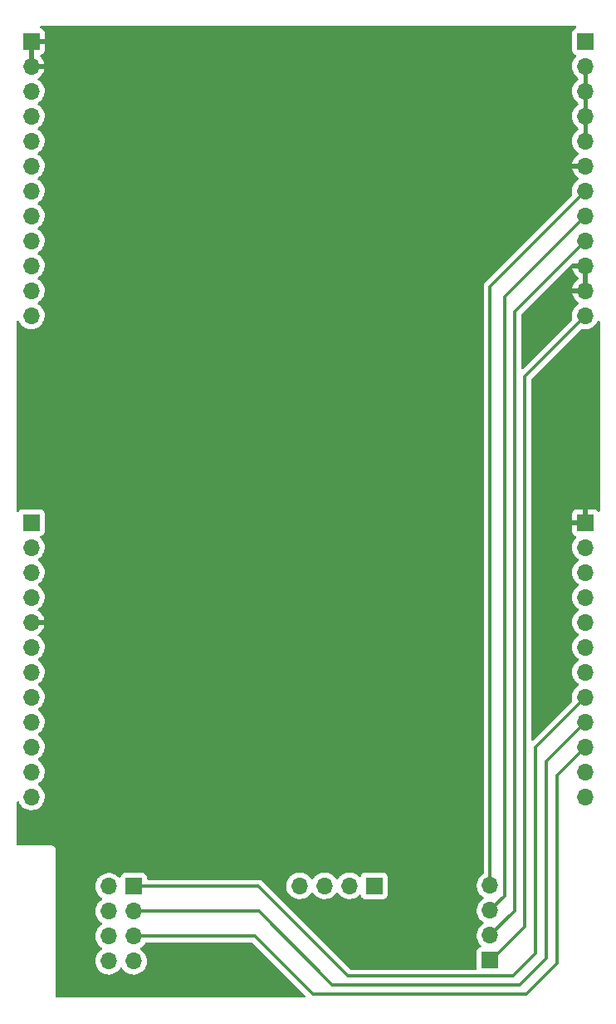
<source format=gbr>
%TF.GenerationSoftware,KiCad,Pcbnew,(6.0.11)*%
%TF.CreationDate,2023-03-03T10:10:14+00:00*%
%TF.ProjectId,Ampelope_Adapter,416d7065-6c6f-4706-955f-416461707465,rev?*%
%TF.SameCoordinates,Original*%
%TF.FileFunction,Copper,L1,Top*%
%TF.FilePolarity,Positive*%
%FSLAX46Y46*%
G04 Gerber Fmt 4.6, Leading zero omitted, Abs format (unit mm)*
G04 Created by KiCad (PCBNEW (6.0.11)) date 2023-03-03 10:10:14*
%MOMM*%
%LPD*%
G01*
G04 APERTURE LIST*
%TA.AperFunction,ComponentPad*%
%ADD10R,1.700000X1.700000*%
%TD*%
%TA.AperFunction,ComponentPad*%
%ADD11O,1.700000X1.700000*%
%TD*%
%TA.AperFunction,Conductor*%
%ADD12C,0.300000*%
%TD*%
%TA.AperFunction,Conductor*%
%ADD13C,0.400000*%
%TD*%
G04 APERTURE END LIST*
D10*
X136980000Y-138100000D03*
D11*
X134440000Y-138100000D03*
X131900000Y-138100000D03*
X129360000Y-138100000D03*
D10*
X158500000Y-101100000D03*
D11*
X158500000Y-103640000D03*
X158500000Y-106180000D03*
X158500000Y-108720000D03*
X158500000Y-111260000D03*
X158500000Y-113800000D03*
X158500000Y-116340000D03*
X158500000Y-118880000D03*
X158500000Y-121420000D03*
X158500000Y-123960000D03*
X158500000Y-126500000D03*
X158500000Y-129040000D03*
D10*
X148800000Y-145680000D03*
D11*
X148800000Y-143140000D03*
X148800000Y-140600000D03*
X148800000Y-138060000D03*
D10*
X112440000Y-138160000D03*
D11*
X109900000Y-138160000D03*
X112440000Y-140700000D03*
X109900000Y-140700000D03*
X112440000Y-143240000D03*
X109900000Y-143240000D03*
X112440000Y-145780000D03*
X109900000Y-145780000D03*
D10*
X102000000Y-101100000D03*
D11*
X102000000Y-103640000D03*
X102000000Y-106180000D03*
X102000000Y-108720000D03*
X102000000Y-111260000D03*
X102000000Y-113800000D03*
X102000000Y-116340000D03*
X102000000Y-118880000D03*
X102000000Y-121420000D03*
X102000000Y-123960000D03*
X102000000Y-126500000D03*
X102000000Y-129040000D03*
D10*
X158500000Y-52100000D03*
D11*
X158500000Y-54640000D03*
X158500000Y-57180000D03*
X158500000Y-59720000D03*
X158500000Y-62260000D03*
X158500000Y-64800000D03*
X158500000Y-67340000D03*
X158500000Y-69880000D03*
X158500000Y-72420000D03*
X158500000Y-74960000D03*
X158500000Y-77500000D03*
X158500000Y-80040000D03*
D10*
X102000000Y-52100000D03*
D11*
X102000000Y-54640000D03*
X102000000Y-57180000D03*
X102000000Y-59720000D03*
X102000000Y-62260000D03*
X102000000Y-64800000D03*
X102000000Y-67340000D03*
X102000000Y-69880000D03*
X102000000Y-72420000D03*
X102000000Y-74960000D03*
X102000000Y-77500000D03*
X102000000Y-80040000D03*
D12*
X158500000Y-118880000D02*
X153400000Y-123980000D01*
X125160000Y-138160000D02*
X112440000Y-138160000D01*
X153400000Y-123980000D02*
X153400000Y-145000000D01*
X134300000Y-147300000D02*
X125160000Y-138160000D01*
X151100000Y-147300000D02*
X134300000Y-147300000D01*
X153400000Y-145000000D02*
X151100000Y-147300000D01*
X125200000Y-140700000D02*
X112440000Y-140700000D01*
X158500000Y-121420000D02*
X154500000Y-125420000D01*
X151800000Y-148200000D02*
X132700000Y-148200000D01*
X154500000Y-145500000D02*
X151800000Y-148200000D01*
X154500000Y-125420000D02*
X154500000Y-145500000D01*
X132700000Y-148200000D02*
X125200000Y-140700000D01*
X124840000Y-143240000D02*
X130700000Y-149100000D01*
X130700000Y-149100000D02*
X152500000Y-149100000D01*
X112440000Y-143240000D02*
X124840000Y-143240000D01*
X152500000Y-149100000D02*
X155600000Y-146000000D01*
X155600000Y-126860000D02*
X158500000Y-123960000D01*
X155600000Y-146000000D02*
X155600000Y-126860000D01*
X152300000Y-142300000D02*
X148920000Y-145680000D01*
X152300000Y-86240000D02*
X152300000Y-142300000D01*
X158500000Y-80040000D02*
X152300000Y-86240000D01*
X148920000Y-145680000D02*
X148800000Y-145680000D01*
X151300000Y-140640000D02*
X151300000Y-79620000D01*
X151300000Y-79620000D02*
X158500000Y-72420000D01*
X148800000Y-143140000D02*
X151300000Y-140640000D01*
X150300000Y-78080000D02*
X158500000Y-69880000D01*
X150300000Y-139100000D02*
X150300000Y-78080000D01*
X148800000Y-140600000D02*
X150300000Y-139100000D01*
X148800000Y-138060000D02*
X148800000Y-77040000D01*
X148800000Y-77040000D02*
X158500000Y-67340000D01*
D13*
X158500000Y-54640000D02*
X158500000Y-62260000D01*
%TA.AperFunction,Conductor*%
G36*
X157552300Y-50528502D02*
G01*
X157598793Y-50582158D01*
X157608897Y-50652432D01*
X157579403Y-50717012D01*
X157528408Y-50752482D01*
X157411705Y-50796232D01*
X157411704Y-50796233D01*
X157403295Y-50799385D01*
X157286739Y-50886739D01*
X157199385Y-51003295D01*
X157148255Y-51139684D01*
X157141500Y-51201866D01*
X157141500Y-52998134D01*
X157148255Y-53060316D01*
X157199385Y-53196705D01*
X157286739Y-53313261D01*
X157403295Y-53400615D01*
X157411704Y-53403767D01*
X157411705Y-53403768D01*
X157520451Y-53444535D01*
X157577216Y-53487176D01*
X157601916Y-53553738D01*
X157586709Y-53623087D01*
X157567316Y-53649568D01*
X157440629Y-53782138D01*
X157437715Y-53786410D01*
X157437714Y-53786411D01*
X157425409Y-53804450D01*
X157314743Y-53966680D01*
X157299003Y-54000589D01*
X157223465Y-54163323D01*
X157220688Y-54169305D01*
X157160989Y-54384570D01*
X157137251Y-54606695D01*
X157150110Y-54829715D01*
X157151247Y-54834761D01*
X157151248Y-54834767D01*
X157164597Y-54894000D01*
X157199222Y-55047639D01*
X157283266Y-55254616D01*
X157399987Y-55445088D01*
X157546250Y-55613938D01*
X157718126Y-55756632D01*
X157729070Y-55763027D01*
X157777793Y-55814664D01*
X157791500Y-55871815D01*
X157791500Y-55950114D01*
X157771498Y-56018235D01*
X157741153Y-56050874D01*
X157594965Y-56160635D01*
X157440629Y-56322138D01*
X157314743Y-56506680D01*
X157299003Y-56540589D01*
X157228449Y-56692586D01*
X157220688Y-56709305D01*
X157160989Y-56924570D01*
X157137251Y-57146695D01*
X157137548Y-57151848D01*
X157137548Y-57151851D01*
X157143011Y-57246590D01*
X157150110Y-57369715D01*
X157151247Y-57374761D01*
X157151248Y-57374767D01*
X157171119Y-57462939D01*
X157199222Y-57587639D01*
X157237461Y-57681811D01*
X157270492Y-57763156D01*
X157283266Y-57794616D01*
X157399987Y-57985088D01*
X157546250Y-58153938D01*
X157718126Y-58296632D01*
X157729070Y-58303027D01*
X157777793Y-58354664D01*
X157791500Y-58411815D01*
X157791500Y-58490114D01*
X157771498Y-58558235D01*
X157741153Y-58590874D01*
X157594965Y-58700635D01*
X157440629Y-58862138D01*
X157314743Y-59046680D01*
X157299003Y-59080589D01*
X157228449Y-59232586D01*
X157220688Y-59249305D01*
X157160989Y-59464570D01*
X157137251Y-59686695D01*
X157137548Y-59691848D01*
X157137548Y-59691851D01*
X157143011Y-59786590D01*
X157150110Y-59909715D01*
X157151247Y-59914761D01*
X157151248Y-59914767D01*
X157171119Y-60002939D01*
X157199222Y-60127639D01*
X157237461Y-60221811D01*
X157270492Y-60303156D01*
X157283266Y-60334616D01*
X157399987Y-60525088D01*
X157546250Y-60693938D01*
X157718126Y-60836632D01*
X157729070Y-60843027D01*
X157777793Y-60894664D01*
X157791500Y-60951815D01*
X157791500Y-61030114D01*
X157771498Y-61098235D01*
X157741153Y-61130874D01*
X157594965Y-61240635D01*
X157440629Y-61402138D01*
X157314743Y-61586680D01*
X157299003Y-61620589D01*
X157228449Y-61772586D01*
X157220688Y-61789305D01*
X157160989Y-62004570D01*
X157137251Y-62226695D01*
X157137548Y-62231848D01*
X157137548Y-62231851D01*
X157143011Y-62326590D01*
X157150110Y-62449715D01*
X157151247Y-62454761D01*
X157151248Y-62454767D01*
X157171119Y-62542939D01*
X157199222Y-62667639D01*
X157237461Y-62761811D01*
X157270492Y-62843156D01*
X157283266Y-62874616D01*
X157399987Y-63065088D01*
X157546250Y-63233938D01*
X157718126Y-63376632D01*
X157791445Y-63419476D01*
X157791955Y-63419774D01*
X157840679Y-63471412D01*
X157853750Y-63541195D01*
X157827019Y-63606967D01*
X157786562Y-63640327D01*
X157778457Y-63644546D01*
X157769738Y-63650036D01*
X157599433Y-63777905D01*
X157591726Y-63784748D01*
X157444590Y-63938717D01*
X157438104Y-63946727D01*
X157318098Y-64122649D01*
X157313000Y-64131623D01*
X157223338Y-64324783D01*
X157219775Y-64334470D01*
X157164389Y-64534183D01*
X157165912Y-64542607D01*
X157178292Y-64546000D01*
X158628000Y-64546000D01*
X158696121Y-64566002D01*
X158742614Y-64619658D01*
X158754000Y-64672000D01*
X158754000Y-64928000D01*
X158733998Y-64996121D01*
X158680342Y-65042614D01*
X158628000Y-65054000D01*
X157183225Y-65054000D01*
X157169694Y-65057973D01*
X157168257Y-65067966D01*
X157198565Y-65202446D01*
X157201645Y-65212275D01*
X157281770Y-65409603D01*
X157286413Y-65418794D01*
X157397694Y-65600388D01*
X157403777Y-65608699D01*
X157543213Y-65769667D01*
X157550580Y-65776883D01*
X157714434Y-65912916D01*
X157722881Y-65918831D01*
X157791969Y-65959203D01*
X157840693Y-66010842D01*
X157853764Y-66080625D01*
X157827033Y-66146396D01*
X157786584Y-66179752D01*
X157773607Y-66186507D01*
X157769474Y-66189610D01*
X157769471Y-66189612D01*
X157745247Y-66207800D01*
X157594965Y-66320635D01*
X157440629Y-66482138D01*
X157314743Y-66666680D01*
X157299003Y-66700589D01*
X157228449Y-66852586D01*
X157220688Y-66869305D01*
X157160989Y-67084570D01*
X157137251Y-67306695D01*
X157137548Y-67311848D01*
X157137548Y-67311851D01*
X157143011Y-67406590D01*
X157150110Y-67529715D01*
X157172276Y-67628069D01*
X157176951Y-67648815D01*
X157172415Y-67719666D01*
X157143129Y-67765611D01*
X148392395Y-76516345D01*
X148383615Y-76524335D01*
X148383613Y-76524337D01*
X148376920Y-76528584D01*
X148371494Y-76534362D01*
X148371493Y-76534363D01*
X148328396Y-76580257D01*
X148325641Y-76583099D01*
X148305073Y-76603667D01*
X148302356Y-76607170D01*
X148294648Y-76616195D01*
X148263028Y-76649867D01*
X148259207Y-76656818D01*
X148259206Y-76656819D01*
X148252697Y-76668658D01*
X148241843Y-76685182D01*
X148234018Y-76695271D01*
X148228696Y-76702132D01*
X148225549Y-76709404D01*
X148225548Y-76709406D01*
X148210346Y-76744535D01*
X148205124Y-76755195D01*
X148182876Y-76795663D01*
X148177541Y-76816441D01*
X148171142Y-76835131D01*
X148162620Y-76854824D01*
X148161380Y-76862655D01*
X148155394Y-76900448D01*
X148152987Y-76912071D01*
X148141500Y-76956812D01*
X148141500Y-76978259D01*
X148139949Y-76997969D01*
X148136594Y-77019152D01*
X148137340Y-77027043D01*
X148140941Y-77065138D01*
X148141500Y-77076996D01*
X148141500Y-136794705D01*
X148121498Y-136862826D01*
X148081441Y-136899572D01*
X148082570Y-136901364D01*
X148078200Y-136904116D01*
X148073607Y-136906507D01*
X148069465Y-136909617D01*
X147912060Y-137027800D01*
X147894965Y-137040635D01*
X147891393Y-137044373D01*
X147763055Y-137178671D01*
X147740629Y-137202138D01*
X147614743Y-137386680D01*
X147587848Y-137444621D01*
X147542240Y-137542876D01*
X147520688Y-137589305D01*
X147460989Y-137804570D01*
X147437251Y-138026695D01*
X147437548Y-138031848D01*
X147437548Y-138031851D01*
X147442721Y-138121562D01*
X147450110Y-138249715D01*
X147451247Y-138254761D01*
X147451248Y-138254767D01*
X147460263Y-138294767D01*
X147499222Y-138467639D01*
X147583266Y-138674616D01*
X147607778Y-138714616D01*
X147681965Y-138835678D01*
X147699987Y-138865088D01*
X147846250Y-139033938D01*
X148018126Y-139176632D01*
X148065254Y-139204171D01*
X148091445Y-139219476D01*
X148140169Y-139271114D01*
X148153240Y-139340897D01*
X148126509Y-139406669D01*
X148086055Y-139440027D01*
X148073607Y-139446507D01*
X148069474Y-139449610D01*
X148069471Y-139449612D01*
X147906275Y-139572143D01*
X147894965Y-139580635D01*
X147891393Y-139584373D01*
X147797060Y-139683087D01*
X147740629Y-139742138D01*
X147614743Y-139926680D01*
X147570730Y-140021498D01*
X147542240Y-140082876D01*
X147520688Y-140129305D01*
X147460989Y-140344570D01*
X147437251Y-140566695D01*
X147450110Y-140789715D01*
X147451247Y-140794761D01*
X147451248Y-140794767D01*
X147469239Y-140874596D01*
X147499222Y-141007639D01*
X147541771Y-141112425D01*
X147572329Y-141187680D01*
X147583266Y-141214616D01*
X147585965Y-141219020D01*
X147672270Y-141359857D01*
X147699987Y-141405088D01*
X147846250Y-141573938D01*
X148018126Y-141716632D01*
X148053887Y-141737529D01*
X148091445Y-141759476D01*
X148140169Y-141811114D01*
X148153240Y-141880897D01*
X148126509Y-141946669D01*
X148086055Y-141980027D01*
X148073607Y-141986507D01*
X148069474Y-141989610D01*
X148069471Y-141989612D01*
X147899100Y-142117530D01*
X147894965Y-142120635D01*
X147740629Y-142282138D01*
X147614743Y-142466680D01*
X147570730Y-142561498D01*
X147542240Y-142622876D01*
X147520688Y-142669305D01*
X147460989Y-142884570D01*
X147437251Y-143106695D01*
X147450110Y-143329715D01*
X147451247Y-143334761D01*
X147451248Y-143334767D01*
X147471482Y-143424547D01*
X147499222Y-143547639D01*
X147541771Y-143652425D01*
X147572329Y-143727680D01*
X147583266Y-143754616D01*
X147585965Y-143759020D01*
X147672270Y-143899857D01*
X147699987Y-143945088D01*
X147846250Y-144113938D01*
X147850230Y-144117242D01*
X147854981Y-144121187D01*
X147894616Y-144180090D01*
X147896113Y-144251071D01*
X147858997Y-144311593D01*
X147818725Y-144336112D01*
X147757026Y-144359242D01*
X147703295Y-144379385D01*
X147586739Y-144466739D01*
X147499385Y-144583295D01*
X147448255Y-144719684D01*
X147441500Y-144781866D01*
X147441500Y-146515500D01*
X147421498Y-146583621D01*
X147367842Y-146630114D01*
X147315500Y-146641500D01*
X134624950Y-146641500D01*
X134556829Y-146621498D01*
X134535855Y-146604595D01*
X125997955Y-138066695D01*
X127997251Y-138066695D01*
X127997548Y-138071848D01*
X127997548Y-138071851D01*
X128001008Y-138131851D01*
X128010110Y-138289715D01*
X128011247Y-138294761D01*
X128011248Y-138294767D01*
X128022467Y-138344547D01*
X128059222Y-138507639D01*
X128143266Y-138714616D01*
X128180685Y-138775678D01*
X128257291Y-138900688D01*
X128259987Y-138905088D01*
X128406250Y-139073938D01*
X128543996Y-139188297D01*
X128559506Y-139201173D01*
X128578126Y-139216632D01*
X128771000Y-139329338D01*
X128979692Y-139409030D01*
X128984760Y-139410061D01*
X128984763Y-139410062D01*
X129078555Y-139429144D01*
X129198597Y-139453567D01*
X129203772Y-139453757D01*
X129203774Y-139453757D01*
X129416673Y-139461564D01*
X129416677Y-139461564D01*
X129421837Y-139461753D01*
X129426957Y-139461097D01*
X129426959Y-139461097D01*
X129638288Y-139434025D01*
X129638289Y-139434025D01*
X129643416Y-139433368D01*
X129648366Y-139431883D01*
X129852429Y-139370661D01*
X129852434Y-139370659D01*
X129857384Y-139369174D01*
X130057994Y-139270896D01*
X130239860Y-139141173D01*
X130247121Y-139133938D01*
X130347470Y-139033938D01*
X130398096Y-138983489D01*
X130411319Y-138965088D01*
X130528453Y-138802077D01*
X130529776Y-138803028D01*
X130576645Y-138759857D01*
X130646580Y-138747625D01*
X130712026Y-138775144D01*
X130739875Y-138806994D01*
X130799987Y-138905088D01*
X130946250Y-139073938D01*
X131083996Y-139188297D01*
X131099506Y-139201173D01*
X131118126Y-139216632D01*
X131311000Y-139329338D01*
X131519692Y-139409030D01*
X131524760Y-139410061D01*
X131524763Y-139410062D01*
X131618555Y-139429144D01*
X131738597Y-139453567D01*
X131743772Y-139453757D01*
X131743774Y-139453757D01*
X131956673Y-139461564D01*
X131956677Y-139461564D01*
X131961837Y-139461753D01*
X131966957Y-139461097D01*
X131966959Y-139461097D01*
X132178288Y-139434025D01*
X132178289Y-139434025D01*
X132183416Y-139433368D01*
X132188366Y-139431883D01*
X132392429Y-139370661D01*
X132392434Y-139370659D01*
X132397384Y-139369174D01*
X132597994Y-139270896D01*
X132779860Y-139141173D01*
X132787121Y-139133938D01*
X132887470Y-139033938D01*
X132938096Y-138983489D01*
X132951319Y-138965088D01*
X133068453Y-138802077D01*
X133069776Y-138803028D01*
X133116645Y-138759857D01*
X133186580Y-138747625D01*
X133252026Y-138775144D01*
X133279875Y-138806994D01*
X133339987Y-138905088D01*
X133486250Y-139073938D01*
X133623996Y-139188297D01*
X133639506Y-139201173D01*
X133658126Y-139216632D01*
X133851000Y-139329338D01*
X134059692Y-139409030D01*
X134064760Y-139410061D01*
X134064763Y-139410062D01*
X134158555Y-139429144D01*
X134278597Y-139453567D01*
X134283772Y-139453757D01*
X134283774Y-139453757D01*
X134496673Y-139461564D01*
X134496677Y-139461564D01*
X134501837Y-139461753D01*
X134506957Y-139461097D01*
X134506959Y-139461097D01*
X134718288Y-139434025D01*
X134718289Y-139434025D01*
X134723416Y-139433368D01*
X134728366Y-139431883D01*
X134932429Y-139370661D01*
X134932434Y-139370659D01*
X134937384Y-139369174D01*
X135137994Y-139270896D01*
X135319860Y-139141173D01*
X135428091Y-139033319D01*
X135490462Y-138999404D01*
X135561268Y-139004592D01*
X135618030Y-139047238D01*
X135635012Y-139078341D01*
X135657201Y-139137529D01*
X135679385Y-139196705D01*
X135766739Y-139313261D01*
X135883295Y-139400615D01*
X136019684Y-139451745D01*
X136081866Y-139458500D01*
X137878134Y-139458500D01*
X137940316Y-139451745D01*
X138076705Y-139400615D01*
X138193261Y-139313261D01*
X138280615Y-139196705D01*
X138331745Y-139060316D01*
X138338500Y-138998134D01*
X138338500Y-137201866D01*
X138331745Y-137139684D01*
X138280615Y-137003295D01*
X138193261Y-136886739D01*
X138076705Y-136799385D01*
X137940316Y-136748255D01*
X137878134Y-136741500D01*
X136081866Y-136741500D01*
X136019684Y-136748255D01*
X135883295Y-136799385D01*
X135766739Y-136886739D01*
X135679385Y-137003295D01*
X135676233Y-137011703D01*
X135634919Y-137121907D01*
X135592277Y-137178671D01*
X135525716Y-137203371D01*
X135456367Y-137188163D01*
X135423743Y-137162476D01*
X135373151Y-137106875D01*
X135373142Y-137106866D01*
X135369670Y-137103051D01*
X135365619Y-137099852D01*
X135365615Y-137099848D01*
X135198414Y-136967800D01*
X135198410Y-136967798D01*
X135194359Y-136964598D01*
X134998789Y-136856638D01*
X134993920Y-136854914D01*
X134993916Y-136854912D01*
X134793087Y-136783795D01*
X134793083Y-136783794D01*
X134788212Y-136782069D01*
X134783119Y-136781162D01*
X134783116Y-136781161D01*
X134573373Y-136743800D01*
X134573367Y-136743799D01*
X134568284Y-136742894D01*
X134494452Y-136741992D01*
X134350081Y-136740228D01*
X134350079Y-136740228D01*
X134344911Y-136740165D01*
X134124091Y-136773955D01*
X133911756Y-136843357D01*
X133713607Y-136946507D01*
X133709474Y-136949610D01*
X133709471Y-136949612D01*
X133546861Y-137071703D01*
X133534965Y-137080635D01*
X133471029Y-137147540D01*
X133414771Y-137206411D01*
X133380629Y-137242138D01*
X133273201Y-137399621D01*
X133218293Y-137444621D01*
X133147768Y-137452792D01*
X133084021Y-137421538D01*
X133063324Y-137397054D01*
X132982822Y-137272617D01*
X132982820Y-137272614D01*
X132980014Y-137268277D01*
X132829670Y-137103051D01*
X132825619Y-137099852D01*
X132825615Y-137099848D01*
X132658414Y-136967800D01*
X132658410Y-136967798D01*
X132654359Y-136964598D01*
X132458789Y-136856638D01*
X132453920Y-136854914D01*
X132453916Y-136854912D01*
X132253087Y-136783795D01*
X132253083Y-136783794D01*
X132248212Y-136782069D01*
X132243119Y-136781162D01*
X132243116Y-136781161D01*
X132033373Y-136743800D01*
X132033367Y-136743799D01*
X132028284Y-136742894D01*
X131954452Y-136741992D01*
X131810081Y-136740228D01*
X131810079Y-136740228D01*
X131804911Y-136740165D01*
X131584091Y-136773955D01*
X131371756Y-136843357D01*
X131173607Y-136946507D01*
X131169474Y-136949610D01*
X131169471Y-136949612D01*
X131006861Y-137071703D01*
X130994965Y-137080635D01*
X130931029Y-137147540D01*
X130874771Y-137206411D01*
X130840629Y-137242138D01*
X130733201Y-137399621D01*
X130678293Y-137444621D01*
X130607768Y-137452792D01*
X130544021Y-137421538D01*
X130523324Y-137397054D01*
X130442822Y-137272617D01*
X130442820Y-137272614D01*
X130440014Y-137268277D01*
X130289670Y-137103051D01*
X130285619Y-137099852D01*
X130285615Y-137099848D01*
X130118414Y-136967800D01*
X130118410Y-136967798D01*
X130114359Y-136964598D01*
X129918789Y-136856638D01*
X129913920Y-136854914D01*
X129913916Y-136854912D01*
X129713087Y-136783795D01*
X129713083Y-136783794D01*
X129708212Y-136782069D01*
X129703119Y-136781162D01*
X129703116Y-136781161D01*
X129493373Y-136743800D01*
X129493367Y-136743799D01*
X129488284Y-136742894D01*
X129414452Y-136741992D01*
X129270081Y-136740228D01*
X129270079Y-136740228D01*
X129264911Y-136740165D01*
X129044091Y-136773955D01*
X128831756Y-136843357D01*
X128633607Y-136946507D01*
X128629474Y-136949610D01*
X128629471Y-136949612D01*
X128466861Y-137071703D01*
X128454965Y-137080635D01*
X128391029Y-137147540D01*
X128334771Y-137206411D01*
X128300629Y-137242138D01*
X128297720Y-137246403D01*
X128297714Y-137246411D01*
X128282798Y-137268277D01*
X128174743Y-137426680D01*
X128134681Y-137512987D01*
X128083602Y-137623028D01*
X128080688Y-137629305D01*
X128020989Y-137844570D01*
X127997251Y-138066695D01*
X125997955Y-138066695D01*
X125683655Y-137752395D01*
X125675665Y-137743615D01*
X125675663Y-137743613D01*
X125671416Y-137736920D01*
X125619742Y-137688395D01*
X125616901Y-137685641D01*
X125596333Y-137665073D01*
X125592826Y-137662353D01*
X125583804Y-137654647D01*
X125555913Y-137628456D01*
X125550133Y-137623028D01*
X125543181Y-137619206D01*
X125531342Y-137612697D01*
X125514818Y-137601843D01*
X125504132Y-137593555D01*
X125497868Y-137588696D01*
X125490596Y-137585549D01*
X125490594Y-137585548D01*
X125455465Y-137570346D01*
X125444805Y-137565124D01*
X125411284Y-137546695D01*
X125411282Y-137546694D01*
X125404337Y-137542876D01*
X125383559Y-137537541D01*
X125364869Y-137531142D01*
X125345176Y-137522620D01*
X125299552Y-137515394D01*
X125287929Y-137512987D01*
X125259928Y-137505798D01*
X125243188Y-137501500D01*
X125221741Y-137501500D01*
X125202031Y-137499949D01*
X125188677Y-137497834D01*
X125180848Y-137496594D01*
X125134859Y-137500941D01*
X125123004Y-137501500D01*
X113924500Y-137501500D01*
X113856379Y-137481498D01*
X113809886Y-137427842D01*
X113798500Y-137375500D01*
X113798500Y-137261866D01*
X113791745Y-137199684D01*
X113740615Y-137063295D01*
X113653261Y-136946739D01*
X113536705Y-136859385D01*
X113400316Y-136808255D01*
X113338134Y-136801500D01*
X111541866Y-136801500D01*
X111479684Y-136808255D01*
X111343295Y-136859385D01*
X111226739Y-136946739D01*
X111139385Y-137063295D01*
X111136233Y-137071703D01*
X111094919Y-137181907D01*
X111052277Y-137238671D01*
X110985716Y-137263371D01*
X110916367Y-137248163D01*
X110883743Y-137222476D01*
X110833151Y-137166875D01*
X110833142Y-137166866D01*
X110829670Y-137163051D01*
X110825619Y-137159852D01*
X110825615Y-137159848D01*
X110658414Y-137027800D01*
X110658410Y-137027798D01*
X110654359Y-137024598D01*
X110458789Y-136916638D01*
X110453920Y-136914914D01*
X110453916Y-136914912D01*
X110253087Y-136843795D01*
X110253083Y-136843794D01*
X110248212Y-136842069D01*
X110243119Y-136841162D01*
X110243116Y-136841161D01*
X110033373Y-136803800D01*
X110033367Y-136803799D01*
X110028284Y-136802894D01*
X109954452Y-136801992D01*
X109810081Y-136800228D01*
X109810079Y-136800228D01*
X109804911Y-136800165D01*
X109584091Y-136833955D01*
X109371756Y-136903357D01*
X109173607Y-137006507D01*
X109169474Y-137009610D01*
X109169471Y-137009612D01*
X109039929Y-137106875D01*
X108994965Y-137140635D01*
X108938536Y-137199684D01*
X108901280Y-137238671D01*
X108840629Y-137302138D01*
X108714743Y-137486680D01*
X108696599Y-137525769D01*
X108630633Y-137667881D01*
X108620688Y-137689305D01*
X108560989Y-137904570D01*
X108537251Y-138126695D01*
X108537548Y-138131848D01*
X108537548Y-138131851D01*
X108546650Y-138289715D01*
X108550110Y-138349715D01*
X108551247Y-138354761D01*
X108551248Y-138354767D01*
X108575304Y-138461508D01*
X108599222Y-138567639D01*
X108683266Y-138774616D01*
X108685965Y-138779020D01*
X108787371Y-138944500D01*
X108799987Y-138965088D01*
X108946250Y-139133938D01*
X109049281Y-139219476D01*
X109111480Y-139271114D01*
X109118126Y-139276632D01*
X109139870Y-139289338D01*
X109191445Y-139319476D01*
X109240169Y-139371114D01*
X109253240Y-139440897D01*
X109226509Y-139506669D01*
X109186055Y-139540027D01*
X109173607Y-139546507D01*
X109169474Y-139549610D01*
X109169471Y-139549612D01*
X109045567Y-139642642D01*
X108994965Y-139680635D01*
X108840629Y-139842138D01*
X108714743Y-140026680D01*
X108696599Y-140065769D01*
X108623577Y-140223082D01*
X108620688Y-140229305D01*
X108560989Y-140444570D01*
X108537251Y-140666695D01*
X108550110Y-140889715D01*
X108551247Y-140894761D01*
X108551248Y-140894767D01*
X108575304Y-141001508D01*
X108599222Y-141107639D01*
X108683266Y-141314616D01*
X108722415Y-141378502D01*
X108797291Y-141500688D01*
X108799987Y-141505088D01*
X108946250Y-141673938D01*
X109000819Y-141719242D01*
X109111480Y-141811114D01*
X109118126Y-141816632D01*
X109139870Y-141829338D01*
X109191445Y-141859476D01*
X109240169Y-141911114D01*
X109253240Y-141980897D01*
X109226509Y-142046669D01*
X109186055Y-142080027D01*
X109173607Y-142086507D01*
X109169474Y-142089610D01*
X109169471Y-142089612D01*
X109123174Y-142124373D01*
X108994965Y-142220635D01*
X108840629Y-142382138D01*
X108714743Y-142566680D01*
X108696599Y-142605769D01*
X108630633Y-142747881D01*
X108620688Y-142769305D01*
X108560989Y-142984570D01*
X108537251Y-143206695D01*
X108537548Y-143211848D01*
X108537548Y-143211851D01*
X108542169Y-143291988D01*
X108550110Y-143429715D01*
X108551247Y-143434761D01*
X108551248Y-143434767D01*
X108575304Y-143541508D01*
X108599222Y-143647639D01*
X108683266Y-143854616D01*
X108722415Y-143918502D01*
X108797291Y-144040688D01*
X108799987Y-144045088D01*
X108946250Y-144213938D01*
X109118126Y-144356632D01*
X109157063Y-144379385D01*
X109191445Y-144399476D01*
X109240169Y-144451114D01*
X109253240Y-144520897D01*
X109226509Y-144586669D01*
X109186055Y-144620027D01*
X109173607Y-144626507D01*
X109169474Y-144629610D01*
X109169471Y-144629612D01*
X108999100Y-144757530D01*
X108994965Y-144760635D01*
X108840629Y-144922138D01*
X108714743Y-145106680D01*
X108620688Y-145309305D01*
X108560989Y-145524570D01*
X108537251Y-145746695D01*
X108537548Y-145751848D01*
X108537548Y-145751851D01*
X108543011Y-145846590D01*
X108550110Y-145969715D01*
X108551247Y-145974761D01*
X108551248Y-145974767D01*
X108559855Y-146012957D01*
X108599222Y-146187639D01*
X108683266Y-146394616D01*
X108721434Y-146456901D01*
X108797291Y-146580688D01*
X108799987Y-146585088D01*
X108946250Y-146753938D01*
X109118126Y-146896632D01*
X109311000Y-147009338D01*
X109519692Y-147089030D01*
X109524760Y-147090061D01*
X109524763Y-147090062D01*
X109632017Y-147111883D01*
X109738597Y-147133567D01*
X109743772Y-147133757D01*
X109743774Y-147133757D01*
X109956673Y-147141564D01*
X109956677Y-147141564D01*
X109961837Y-147141753D01*
X109966957Y-147141097D01*
X109966959Y-147141097D01*
X110178288Y-147114025D01*
X110178289Y-147114025D01*
X110183416Y-147113368D01*
X110188366Y-147111883D01*
X110392429Y-147050661D01*
X110392434Y-147050659D01*
X110397384Y-147049174D01*
X110597994Y-146950896D01*
X110779860Y-146821173D01*
X110938096Y-146663489D01*
X110954748Y-146640316D01*
X111068453Y-146482077D01*
X111069776Y-146483028D01*
X111116645Y-146439857D01*
X111186580Y-146427625D01*
X111252026Y-146455144D01*
X111279875Y-146486994D01*
X111294841Y-146511416D01*
X111339987Y-146585088D01*
X111486250Y-146753938D01*
X111658126Y-146896632D01*
X111851000Y-147009338D01*
X112059692Y-147089030D01*
X112064760Y-147090061D01*
X112064763Y-147090062D01*
X112172017Y-147111883D01*
X112278597Y-147133567D01*
X112283772Y-147133757D01*
X112283774Y-147133757D01*
X112496673Y-147141564D01*
X112496677Y-147141564D01*
X112501837Y-147141753D01*
X112506957Y-147141097D01*
X112506959Y-147141097D01*
X112718288Y-147114025D01*
X112718289Y-147114025D01*
X112723416Y-147113368D01*
X112728366Y-147111883D01*
X112932429Y-147050661D01*
X112932434Y-147050659D01*
X112937384Y-147049174D01*
X113137994Y-146950896D01*
X113319860Y-146821173D01*
X113478096Y-146663489D01*
X113494748Y-146640316D01*
X113605435Y-146486277D01*
X113608453Y-146482077D01*
X113629320Y-146439857D01*
X113705136Y-146286453D01*
X113705137Y-146286451D01*
X113707430Y-146281811D01*
X113765443Y-146090868D01*
X113770865Y-146073023D01*
X113770865Y-146073021D01*
X113772370Y-146068069D01*
X113801529Y-145846590D01*
X113803156Y-145780000D01*
X113784852Y-145557361D01*
X113730431Y-145340702D01*
X113641354Y-145135840D01*
X113520014Y-144948277D01*
X113369670Y-144783051D01*
X113365619Y-144779852D01*
X113365615Y-144779848D01*
X113198414Y-144647800D01*
X113198410Y-144647798D01*
X113194359Y-144644598D01*
X113153053Y-144621796D01*
X113103084Y-144571364D01*
X113088312Y-144501921D01*
X113113428Y-144435516D01*
X113140780Y-144408909D01*
X113186590Y-144376233D01*
X113319860Y-144281173D01*
X113350068Y-144251071D01*
X113474435Y-144127137D01*
X113478096Y-144123489D01*
X113487767Y-144110031D01*
X113602060Y-143950974D01*
X113658055Y-143907326D01*
X113704383Y-143898500D01*
X124515050Y-143898500D01*
X124583171Y-143918502D01*
X124604145Y-143935405D01*
X127335878Y-146667137D01*
X129945146Y-149276405D01*
X129979172Y-149338717D01*
X129974107Y-149409532D01*
X129931560Y-149466368D01*
X129865040Y-149491179D01*
X129856051Y-149491500D01*
X104634500Y-149491500D01*
X104566379Y-149471498D01*
X104519886Y-149417842D01*
X104508500Y-149365500D01*
X104508500Y-134508623D01*
X104508502Y-134507853D01*
X104508921Y-134439254D01*
X104508976Y-134430279D01*
X104500850Y-134401847D01*
X104497272Y-134385085D01*
X104494352Y-134364698D01*
X104493080Y-134355813D01*
X104482451Y-134332436D01*
X104476004Y-134314913D01*
X104471416Y-134298862D01*
X104468949Y-134290229D01*
X104464156Y-134282632D01*
X104453170Y-134265220D01*
X104445030Y-134250135D01*
X104432792Y-134223218D01*
X104416030Y-134203765D01*
X104404927Y-134188761D01*
X104391224Y-134167042D01*
X104384499Y-134161103D01*
X104384496Y-134161099D01*
X104369062Y-134147468D01*
X104357018Y-134135276D01*
X104343573Y-134119673D01*
X104343570Y-134119671D01*
X104337713Y-134112873D01*
X104316165Y-134098906D01*
X104301291Y-134087615D01*
X104288783Y-134076569D01*
X104288782Y-134076568D01*
X104282049Y-134070622D01*
X104255287Y-134058057D01*
X104240309Y-134049737D01*
X104223017Y-134038529D01*
X104223012Y-134038527D01*
X104215485Y-134033648D01*
X104206892Y-134031078D01*
X104206887Y-134031076D01*
X104190880Y-134026289D01*
X104173436Y-134019628D01*
X104158324Y-134012533D01*
X104158322Y-134012532D01*
X104150200Y-134008719D01*
X104141333Y-134007338D01*
X104141332Y-134007338D01*
X104131690Y-134005837D01*
X104120983Y-134004170D01*
X104104268Y-134000387D01*
X104084534Y-133994485D01*
X104084528Y-133994484D01*
X104075934Y-133991914D01*
X104066963Y-133991859D01*
X104066962Y-133991859D01*
X104056903Y-133991798D01*
X104041494Y-133991704D01*
X104040711Y-133991671D01*
X104039614Y-133991500D01*
X104008623Y-133991500D01*
X104007853Y-133991498D01*
X103934215Y-133991048D01*
X103934214Y-133991048D01*
X103930279Y-133991024D01*
X103928935Y-133991408D01*
X103927590Y-133991500D01*
X100634106Y-133991500D01*
X100565985Y-133971498D01*
X100519492Y-133917842D01*
X100508106Y-133865449D01*
X100508484Y-132939771D01*
X100508487Y-132939699D01*
X100508500Y-132939614D01*
X100508500Y-132900452D01*
X100508515Y-132863695D01*
X100508503Y-132863609D01*
X100508500Y-132863534D01*
X100508500Y-129623156D01*
X100528502Y-129555035D01*
X100582158Y-129508542D01*
X100652432Y-129498438D01*
X100717012Y-129527932D01*
X100751243Y-129575752D01*
X100770492Y-129623156D01*
X100783266Y-129654616D01*
X100899987Y-129845088D01*
X101046250Y-130013938D01*
X101218126Y-130156632D01*
X101411000Y-130269338D01*
X101619692Y-130349030D01*
X101624760Y-130350061D01*
X101624763Y-130350062D01*
X101732017Y-130371883D01*
X101838597Y-130393567D01*
X101843772Y-130393757D01*
X101843774Y-130393757D01*
X102056673Y-130401564D01*
X102056677Y-130401564D01*
X102061837Y-130401753D01*
X102066957Y-130401097D01*
X102066959Y-130401097D01*
X102278288Y-130374025D01*
X102278289Y-130374025D01*
X102283416Y-130373368D01*
X102288366Y-130371883D01*
X102492429Y-130310661D01*
X102492434Y-130310659D01*
X102497384Y-130309174D01*
X102697994Y-130210896D01*
X102879860Y-130081173D01*
X103038096Y-129923489D01*
X103097594Y-129840689D01*
X103165435Y-129746277D01*
X103168453Y-129742077D01*
X103249075Y-129578951D01*
X103265136Y-129546453D01*
X103265137Y-129546451D01*
X103267430Y-129541811D01*
X103332370Y-129328069D01*
X103361529Y-129106590D01*
X103363156Y-129040000D01*
X103344852Y-128817361D01*
X103290431Y-128600702D01*
X103201354Y-128395840D01*
X103080014Y-128208277D01*
X102929670Y-128043051D01*
X102925619Y-128039852D01*
X102925615Y-128039848D01*
X102758414Y-127907800D01*
X102758410Y-127907798D01*
X102754359Y-127904598D01*
X102713053Y-127881796D01*
X102663084Y-127831364D01*
X102648312Y-127761921D01*
X102673428Y-127695516D01*
X102700780Y-127668909D01*
X102744603Y-127637650D01*
X102879860Y-127541173D01*
X103038096Y-127383489D01*
X103097594Y-127300689D01*
X103165435Y-127206277D01*
X103168453Y-127202077D01*
X103202712Y-127132760D01*
X103265136Y-127006453D01*
X103265137Y-127006451D01*
X103267430Y-127001811D01*
X103332370Y-126788069D01*
X103361529Y-126566590D01*
X103363156Y-126500000D01*
X103344852Y-126277361D01*
X103290431Y-126060702D01*
X103201354Y-125855840D01*
X103080014Y-125668277D01*
X102929670Y-125503051D01*
X102925619Y-125499852D01*
X102925615Y-125499848D01*
X102758414Y-125367800D01*
X102758410Y-125367798D01*
X102754359Y-125364598D01*
X102713053Y-125341796D01*
X102663084Y-125291364D01*
X102648312Y-125221921D01*
X102673428Y-125155516D01*
X102700780Y-125128909D01*
X102744603Y-125097650D01*
X102879860Y-125001173D01*
X103038096Y-124843489D01*
X103097594Y-124760689D01*
X103165435Y-124666277D01*
X103168453Y-124662077D01*
X103249075Y-124498951D01*
X103265136Y-124466453D01*
X103265137Y-124466451D01*
X103267430Y-124461811D01*
X103332370Y-124248069D01*
X103361529Y-124026590D01*
X103363156Y-123960000D01*
X103344852Y-123737361D01*
X103290431Y-123520702D01*
X103201354Y-123315840D01*
X103080014Y-123128277D01*
X102929670Y-122963051D01*
X102925619Y-122959852D01*
X102925615Y-122959848D01*
X102758414Y-122827800D01*
X102758410Y-122827798D01*
X102754359Y-122824598D01*
X102713053Y-122801796D01*
X102663084Y-122751364D01*
X102648312Y-122681921D01*
X102673428Y-122615516D01*
X102700780Y-122588909D01*
X102744603Y-122557650D01*
X102879860Y-122461173D01*
X103038096Y-122303489D01*
X103097594Y-122220689D01*
X103165435Y-122126277D01*
X103168453Y-122122077D01*
X103249075Y-121958951D01*
X103265136Y-121926453D01*
X103265137Y-121926451D01*
X103267430Y-121921811D01*
X103332370Y-121708069D01*
X103361529Y-121486590D01*
X103363156Y-121420000D01*
X103344852Y-121197361D01*
X103290431Y-120980702D01*
X103201354Y-120775840D01*
X103080014Y-120588277D01*
X102929670Y-120423051D01*
X102925619Y-120419852D01*
X102925615Y-120419848D01*
X102758414Y-120287800D01*
X102758410Y-120287798D01*
X102754359Y-120284598D01*
X102713053Y-120261796D01*
X102663084Y-120211364D01*
X102648312Y-120141921D01*
X102673428Y-120075516D01*
X102700780Y-120048909D01*
X102744603Y-120017650D01*
X102879860Y-119921173D01*
X103038096Y-119763489D01*
X103097594Y-119680689D01*
X103165435Y-119586277D01*
X103168453Y-119582077D01*
X103249075Y-119418951D01*
X103265136Y-119386453D01*
X103265137Y-119386451D01*
X103267430Y-119381811D01*
X103332370Y-119168069D01*
X103361529Y-118946590D01*
X103363156Y-118880000D01*
X103344852Y-118657361D01*
X103290431Y-118440702D01*
X103201354Y-118235840D01*
X103080014Y-118048277D01*
X102929670Y-117883051D01*
X102925619Y-117879852D01*
X102925615Y-117879848D01*
X102758414Y-117747800D01*
X102758410Y-117747798D01*
X102754359Y-117744598D01*
X102713053Y-117721796D01*
X102663084Y-117671364D01*
X102648312Y-117601921D01*
X102673428Y-117535516D01*
X102700780Y-117508909D01*
X102744603Y-117477650D01*
X102879860Y-117381173D01*
X103038096Y-117223489D01*
X103097594Y-117140689D01*
X103165435Y-117046277D01*
X103168453Y-117042077D01*
X103249075Y-116878951D01*
X103265136Y-116846453D01*
X103265137Y-116846451D01*
X103267430Y-116841811D01*
X103332370Y-116628069D01*
X103361529Y-116406590D01*
X103363156Y-116340000D01*
X103344852Y-116117361D01*
X103290431Y-115900702D01*
X103201354Y-115695840D01*
X103080014Y-115508277D01*
X102929670Y-115343051D01*
X102925619Y-115339852D01*
X102925615Y-115339848D01*
X102758414Y-115207800D01*
X102758410Y-115207798D01*
X102754359Y-115204598D01*
X102713053Y-115181796D01*
X102663084Y-115131364D01*
X102648312Y-115061921D01*
X102673428Y-114995516D01*
X102700780Y-114968909D01*
X102744603Y-114937650D01*
X102879860Y-114841173D01*
X103038096Y-114683489D01*
X103097594Y-114600689D01*
X103165435Y-114506277D01*
X103168453Y-114502077D01*
X103249075Y-114338951D01*
X103265136Y-114306453D01*
X103265137Y-114306451D01*
X103267430Y-114301811D01*
X103332370Y-114088069D01*
X103361529Y-113866590D01*
X103363156Y-113800000D01*
X103344852Y-113577361D01*
X103290431Y-113360702D01*
X103201354Y-113155840D01*
X103080014Y-112968277D01*
X102929670Y-112803051D01*
X102925619Y-112799852D01*
X102925615Y-112799848D01*
X102758414Y-112667800D01*
X102758410Y-112667798D01*
X102754359Y-112664598D01*
X102712569Y-112641529D01*
X102662598Y-112591097D01*
X102647826Y-112521654D01*
X102672942Y-112455248D01*
X102700294Y-112428641D01*
X102875328Y-112303792D01*
X102883200Y-112297139D01*
X103034052Y-112146812D01*
X103040730Y-112138965D01*
X103165003Y-111966020D01*
X103170313Y-111957183D01*
X103264670Y-111766267D01*
X103268469Y-111756672D01*
X103330377Y-111552910D01*
X103332555Y-111542837D01*
X103333986Y-111531962D01*
X103331775Y-111517778D01*
X103318617Y-111514000D01*
X101872000Y-111514000D01*
X101803879Y-111493998D01*
X101757386Y-111440342D01*
X101746000Y-111388000D01*
X101746000Y-111132000D01*
X101766002Y-111063879D01*
X101819658Y-111017386D01*
X101872000Y-111006000D01*
X103318344Y-111006000D01*
X103331875Y-111002027D01*
X103333180Y-110992947D01*
X103291214Y-110825875D01*
X103287894Y-110816124D01*
X103202972Y-110620814D01*
X103198105Y-110611739D01*
X103082426Y-110432926D01*
X103076136Y-110424757D01*
X102932806Y-110267240D01*
X102925273Y-110260215D01*
X102758139Y-110128222D01*
X102749556Y-110122520D01*
X102712602Y-110102120D01*
X102662631Y-110051687D01*
X102647859Y-109982245D01*
X102672975Y-109915839D01*
X102700327Y-109889232D01*
X102723797Y-109872491D01*
X102879860Y-109761173D01*
X103038096Y-109603489D01*
X103097594Y-109520689D01*
X103165435Y-109426277D01*
X103168453Y-109422077D01*
X103249075Y-109258951D01*
X103265136Y-109226453D01*
X103265137Y-109226451D01*
X103267430Y-109221811D01*
X103332370Y-109008069D01*
X103361529Y-108786590D01*
X103363156Y-108720000D01*
X103344852Y-108497361D01*
X103290431Y-108280702D01*
X103201354Y-108075840D01*
X103080014Y-107888277D01*
X102929670Y-107723051D01*
X102925619Y-107719852D01*
X102925615Y-107719848D01*
X102758414Y-107587800D01*
X102758410Y-107587798D01*
X102754359Y-107584598D01*
X102713053Y-107561796D01*
X102663084Y-107511364D01*
X102648312Y-107441921D01*
X102673428Y-107375516D01*
X102700780Y-107348909D01*
X102744603Y-107317650D01*
X102879860Y-107221173D01*
X103038096Y-107063489D01*
X103097594Y-106980689D01*
X103165435Y-106886277D01*
X103168453Y-106882077D01*
X103249075Y-106718951D01*
X103265136Y-106686453D01*
X103265137Y-106686451D01*
X103267430Y-106681811D01*
X103332370Y-106468069D01*
X103361529Y-106246590D01*
X103363156Y-106180000D01*
X103344852Y-105957361D01*
X103290431Y-105740702D01*
X103201354Y-105535840D01*
X103080014Y-105348277D01*
X102929670Y-105183051D01*
X102925619Y-105179852D01*
X102925615Y-105179848D01*
X102758414Y-105047800D01*
X102758410Y-105047798D01*
X102754359Y-105044598D01*
X102713053Y-105021796D01*
X102663084Y-104971364D01*
X102648312Y-104901921D01*
X102673428Y-104835516D01*
X102700780Y-104808909D01*
X102744603Y-104777650D01*
X102879860Y-104681173D01*
X103038096Y-104523489D01*
X103097594Y-104440689D01*
X103165435Y-104346277D01*
X103168453Y-104342077D01*
X103249075Y-104178951D01*
X103265136Y-104146453D01*
X103265137Y-104146451D01*
X103267430Y-104141811D01*
X103332370Y-103928069D01*
X103361529Y-103706590D01*
X103363156Y-103640000D01*
X103344852Y-103417361D01*
X103290431Y-103200702D01*
X103201354Y-102995840D01*
X103080014Y-102808277D01*
X103076532Y-102804450D01*
X102932798Y-102646488D01*
X102901746Y-102582642D01*
X102910141Y-102512143D01*
X102955317Y-102457375D01*
X102981761Y-102443706D01*
X103088297Y-102403767D01*
X103096705Y-102400615D01*
X103213261Y-102313261D01*
X103300615Y-102196705D01*
X103351745Y-102060316D01*
X103358500Y-101998134D01*
X103358500Y-100201866D01*
X103351745Y-100139684D01*
X103300615Y-100003295D01*
X103213261Y-99886739D01*
X103096705Y-99799385D01*
X102960316Y-99748255D01*
X102898134Y-99741500D01*
X101101866Y-99741500D01*
X101039684Y-99748255D01*
X100903295Y-99799385D01*
X100786739Y-99886739D01*
X100781358Y-99893919D01*
X100781357Y-99893920D01*
X100735326Y-99955339D01*
X100678467Y-99997854D01*
X100607648Y-100002880D01*
X100545355Y-99968820D01*
X100511365Y-99906489D01*
X100508500Y-99879774D01*
X100508500Y-80623156D01*
X100528502Y-80555035D01*
X100582158Y-80508542D01*
X100652432Y-80498438D01*
X100717012Y-80527932D01*
X100751243Y-80575752D01*
X100770492Y-80623156D01*
X100783266Y-80654616D01*
X100899987Y-80845088D01*
X101046250Y-81013938D01*
X101218126Y-81156632D01*
X101411000Y-81269338D01*
X101619692Y-81349030D01*
X101624760Y-81350061D01*
X101624763Y-81350062D01*
X101689860Y-81363306D01*
X101838597Y-81393567D01*
X101843772Y-81393757D01*
X101843774Y-81393757D01*
X102056673Y-81401564D01*
X102056677Y-81401564D01*
X102061837Y-81401753D01*
X102066957Y-81401097D01*
X102066959Y-81401097D01*
X102278288Y-81374025D01*
X102278289Y-81374025D01*
X102283416Y-81373368D01*
X102288366Y-81371883D01*
X102492429Y-81310661D01*
X102492434Y-81310659D01*
X102497384Y-81309174D01*
X102697994Y-81210896D01*
X102879860Y-81081173D01*
X103038096Y-80923489D01*
X103097594Y-80840689D01*
X103165435Y-80746277D01*
X103168453Y-80742077D01*
X103249075Y-80578951D01*
X103265136Y-80546453D01*
X103265137Y-80546451D01*
X103267430Y-80541811D01*
X103332370Y-80328069D01*
X103361529Y-80106590D01*
X103363156Y-80040000D01*
X103344852Y-79817361D01*
X103290431Y-79600702D01*
X103201354Y-79395840D01*
X103080014Y-79208277D01*
X102929670Y-79043051D01*
X102925619Y-79039852D01*
X102925615Y-79039848D01*
X102758414Y-78907800D01*
X102758410Y-78907798D01*
X102754359Y-78904598D01*
X102713053Y-78881796D01*
X102663084Y-78831364D01*
X102648312Y-78761921D01*
X102673428Y-78695516D01*
X102700780Y-78668909D01*
X102744603Y-78637650D01*
X102879860Y-78541173D01*
X103038096Y-78383489D01*
X103071625Y-78336829D01*
X103165435Y-78206277D01*
X103168453Y-78202077D01*
X103239091Y-78059152D01*
X103265136Y-78006453D01*
X103265137Y-78006451D01*
X103267430Y-78001811D01*
X103332370Y-77788069D01*
X103361529Y-77566590D01*
X103363156Y-77500000D01*
X103344852Y-77277361D01*
X103290431Y-77060702D01*
X103201354Y-76855840D01*
X103101916Y-76702132D01*
X103082822Y-76672617D01*
X103082820Y-76672614D01*
X103080014Y-76668277D01*
X102929670Y-76503051D01*
X102925619Y-76499852D01*
X102925615Y-76499848D01*
X102758414Y-76367800D01*
X102758410Y-76367798D01*
X102754359Y-76364598D01*
X102713053Y-76341796D01*
X102663084Y-76291364D01*
X102648312Y-76221921D01*
X102673428Y-76155516D01*
X102700780Y-76128909D01*
X102744603Y-76097650D01*
X102879860Y-76001173D01*
X103038096Y-75843489D01*
X103097594Y-75760689D01*
X103165435Y-75666277D01*
X103168453Y-75662077D01*
X103249632Y-75497824D01*
X103265136Y-75466453D01*
X103265137Y-75466451D01*
X103267430Y-75461811D01*
X103332370Y-75248069D01*
X103361529Y-75026590D01*
X103363156Y-74960000D01*
X103344852Y-74737361D01*
X103290431Y-74520702D01*
X103201354Y-74315840D01*
X103080014Y-74128277D01*
X102929670Y-73963051D01*
X102925619Y-73959852D01*
X102925615Y-73959848D01*
X102758414Y-73827800D01*
X102758410Y-73827798D01*
X102754359Y-73824598D01*
X102713053Y-73801796D01*
X102663084Y-73751364D01*
X102648312Y-73681921D01*
X102673428Y-73615516D01*
X102700780Y-73588909D01*
X102744603Y-73557650D01*
X102879860Y-73461173D01*
X103038096Y-73303489D01*
X103097594Y-73220689D01*
X103165435Y-73126277D01*
X103168453Y-73122077D01*
X103249075Y-72958951D01*
X103265136Y-72926453D01*
X103265137Y-72926451D01*
X103267430Y-72921811D01*
X103332370Y-72708069D01*
X103361529Y-72486590D01*
X103363156Y-72420000D01*
X103344852Y-72197361D01*
X103290431Y-71980702D01*
X103201354Y-71775840D01*
X103080014Y-71588277D01*
X102929670Y-71423051D01*
X102925619Y-71419852D01*
X102925615Y-71419848D01*
X102758414Y-71287800D01*
X102758410Y-71287798D01*
X102754359Y-71284598D01*
X102713053Y-71261796D01*
X102663084Y-71211364D01*
X102648312Y-71141921D01*
X102673428Y-71075516D01*
X102700780Y-71048909D01*
X102744603Y-71017650D01*
X102879860Y-70921173D01*
X103038096Y-70763489D01*
X103097594Y-70680689D01*
X103165435Y-70586277D01*
X103168453Y-70582077D01*
X103249075Y-70418951D01*
X103265136Y-70386453D01*
X103265137Y-70386451D01*
X103267430Y-70381811D01*
X103332370Y-70168069D01*
X103361529Y-69946590D01*
X103363156Y-69880000D01*
X103344852Y-69657361D01*
X103290431Y-69440702D01*
X103201354Y-69235840D01*
X103080014Y-69048277D01*
X102929670Y-68883051D01*
X102925619Y-68879852D01*
X102925615Y-68879848D01*
X102758414Y-68747800D01*
X102758410Y-68747798D01*
X102754359Y-68744598D01*
X102713053Y-68721796D01*
X102663084Y-68671364D01*
X102648312Y-68601921D01*
X102673428Y-68535516D01*
X102700780Y-68508909D01*
X102744603Y-68477650D01*
X102879860Y-68381173D01*
X103038096Y-68223489D01*
X103097594Y-68140689D01*
X103165435Y-68046277D01*
X103168453Y-68042077D01*
X103249075Y-67878951D01*
X103265136Y-67846453D01*
X103265137Y-67846451D01*
X103267430Y-67841811D01*
X103332370Y-67628069D01*
X103361529Y-67406590D01*
X103363156Y-67340000D01*
X103344852Y-67117361D01*
X103290431Y-66900702D01*
X103201354Y-66695840D01*
X103080014Y-66508277D01*
X102929670Y-66343051D01*
X102925619Y-66339852D01*
X102925615Y-66339848D01*
X102758414Y-66207800D01*
X102758410Y-66207798D01*
X102754359Y-66204598D01*
X102713053Y-66181796D01*
X102663084Y-66131364D01*
X102648312Y-66061921D01*
X102673428Y-65995516D01*
X102700780Y-65968909D01*
X102744603Y-65937650D01*
X102879860Y-65841173D01*
X103038096Y-65683489D01*
X103097594Y-65600689D01*
X103165435Y-65506277D01*
X103168453Y-65502077D01*
X103249632Y-65337824D01*
X103265136Y-65306453D01*
X103265137Y-65306451D01*
X103267430Y-65301811D01*
X103332370Y-65088069D01*
X103361529Y-64866590D01*
X103363156Y-64800000D01*
X103344852Y-64577361D01*
X103290431Y-64360702D01*
X103201354Y-64155840D01*
X103080014Y-63968277D01*
X102929670Y-63803051D01*
X102925619Y-63799852D01*
X102925615Y-63799848D01*
X102758414Y-63667800D01*
X102758410Y-63667798D01*
X102754359Y-63664598D01*
X102713053Y-63641796D01*
X102663084Y-63591364D01*
X102648312Y-63521921D01*
X102673428Y-63455516D01*
X102700780Y-63428909D01*
X102744603Y-63397650D01*
X102879860Y-63301173D01*
X103038096Y-63143489D01*
X103097594Y-63060689D01*
X103165435Y-62966277D01*
X103168453Y-62962077D01*
X103249075Y-62798951D01*
X103265136Y-62766453D01*
X103265137Y-62766451D01*
X103267430Y-62761811D01*
X103332370Y-62548069D01*
X103361529Y-62326590D01*
X103363156Y-62260000D01*
X103344852Y-62037361D01*
X103290431Y-61820702D01*
X103201354Y-61615840D01*
X103080014Y-61428277D01*
X102929670Y-61263051D01*
X102925619Y-61259852D01*
X102925615Y-61259848D01*
X102758414Y-61127800D01*
X102758410Y-61127798D01*
X102754359Y-61124598D01*
X102713053Y-61101796D01*
X102663084Y-61051364D01*
X102648312Y-60981921D01*
X102673428Y-60915516D01*
X102700780Y-60888909D01*
X102744603Y-60857650D01*
X102879860Y-60761173D01*
X103038096Y-60603489D01*
X103097594Y-60520689D01*
X103165435Y-60426277D01*
X103168453Y-60422077D01*
X103249075Y-60258951D01*
X103265136Y-60226453D01*
X103265137Y-60226451D01*
X103267430Y-60221811D01*
X103332370Y-60008069D01*
X103361529Y-59786590D01*
X103363156Y-59720000D01*
X103344852Y-59497361D01*
X103290431Y-59280702D01*
X103201354Y-59075840D01*
X103080014Y-58888277D01*
X102929670Y-58723051D01*
X102925619Y-58719852D01*
X102925615Y-58719848D01*
X102758414Y-58587800D01*
X102758410Y-58587798D01*
X102754359Y-58584598D01*
X102713053Y-58561796D01*
X102663084Y-58511364D01*
X102648312Y-58441921D01*
X102673428Y-58375516D01*
X102700780Y-58348909D01*
X102744603Y-58317650D01*
X102879860Y-58221173D01*
X103038096Y-58063489D01*
X103097594Y-57980689D01*
X103165435Y-57886277D01*
X103168453Y-57882077D01*
X103249075Y-57718951D01*
X103265136Y-57686453D01*
X103265137Y-57686451D01*
X103267430Y-57681811D01*
X103332370Y-57468069D01*
X103361529Y-57246590D01*
X103363156Y-57180000D01*
X103344852Y-56957361D01*
X103290431Y-56740702D01*
X103201354Y-56535840D01*
X103080014Y-56348277D01*
X102929670Y-56183051D01*
X102925619Y-56179852D01*
X102925615Y-56179848D01*
X102758414Y-56047800D01*
X102758410Y-56047798D01*
X102754359Y-56044598D01*
X102712569Y-56021529D01*
X102662598Y-55971097D01*
X102647826Y-55901654D01*
X102672942Y-55835248D01*
X102700294Y-55808641D01*
X102875328Y-55683792D01*
X102883200Y-55677139D01*
X103034052Y-55526812D01*
X103040730Y-55518965D01*
X103165003Y-55346020D01*
X103170313Y-55337183D01*
X103264670Y-55146267D01*
X103268469Y-55136672D01*
X103330377Y-54932910D01*
X103332555Y-54922837D01*
X103333986Y-54911962D01*
X103331775Y-54897778D01*
X103318617Y-54894000D01*
X101872000Y-54894000D01*
X101803879Y-54873998D01*
X101757386Y-54820342D01*
X101746000Y-54768000D01*
X101746000Y-54367885D01*
X102254000Y-54367885D01*
X102258475Y-54383124D01*
X102259865Y-54384329D01*
X102267548Y-54386000D01*
X103318344Y-54386000D01*
X103331875Y-54382027D01*
X103333180Y-54372947D01*
X103291214Y-54205875D01*
X103287894Y-54196124D01*
X103202972Y-54000814D01*
X103198105Y-53991739D01*
X103082426Y-53812926D01*
X103076136Y-53804757D01*
X102931931Y-53646279D01*
X102900879Y-53582433D01*
X102909273Y-53511934D01*
X102954450Y-53457166D01*
X102980894Y-53443497D01*
X103088054Y-53403324D01*
X103103649Y-53394786D01*
X103205724Y-53318285D01*
X103218285Y-53305724D01*
X103294786Y-53203649D01*
X103303324Y-53188054D01*
X103348478Y-53067606D01*
X103352105Y-53052351D01*
X103357631Y-53001486D01*
X103358000Y-52994672D01*
X103358000Y-52372115D01*
X103353525Y-52356876D01*
X103352135Y-52355671D01*
X103344452Y-52354000D01*
X102272115Y-52354000D01*
X102256876Y-52358475D01*
X102255671Y-52359865D01*
X102254000Y-52367548D01*
X102254000Y-54367885D01*
X101746000Y-54367885D01*
X101746000Y-51972000D01*
X101766002Y-51903879D01*
X101819658Y-51857386D01*
X101872000Y-51846000D01*
X103339884Y-51846000D01*
X103355123Y-51841525D01*
X103356328Y-51840135D01*
X103357999Y-51832452D01*
X103357999Y-51205331D01*
X103357629Y-51198510D01*
X103352105Y-51147648D01*
X103348479Y-51132396D01*
X103303324Y-51011946D01*
X103294786Y-50996351D01*
X103218285Y-50894276D01*
X103205724Y-50881715D01*
X103103649Y-50805214D01*
X103088054Y-50796676D01*
X102970167Y-50752482D01*
X102913403Y-50709840D01*
X102888703Y-50643279D01*
X102903910Y-50573930D01*
X102954196Y-50523812D01*
X103014397Y-50508500D01*
X157484179Y-50508500D01*
X157552300Y-50528502D01*
G37*
%TD.AperFunction*%
%TA.AperFunction,Conductor*%
G36*
X159936834Y-80523897D02*
G01*
X159981662Y-80578951D01*
X159991500Y-80627760D01*
X159991500Y-99880608D01*
X159971498Y-99948729D01*
X159917842Y-99995222D01*
X159847568Y-100005326D01*
X159782988Y-99975832D01*
X159764674Y-99956173D01*
X159718285Y-99894276D01*
X159705724Y-99881715D01*
X159603649Y-99805214D01*
X159588054Y-99796676D01*
X159467606Y-99751522D01*
X159452351Y-99747895D01*
X159401486Y-99742369D01*
X159394672Y-99742000D01*
X158772115Y-99742000D01*
X158756876Y-99746475D01*
X158755671Y-99747865D01*
X158754000Y-99755548D01*
X158754000Y-101228000D01*
X158733998Y-101296121D01*
X158680342Y-101342614D01*
X158628000Y-101354000D01*
X157160116Y-101354000D01*
X157144877Y-101358475D01*
X157143672Y-101359865D01*
X157142001Y-101367548D01*
X157142001Y-101994669D01*
X157142371Y-102001490D01*
X157147895Y-102052352D01*
X157151521Y-102067604D01*
X157196676Y-102188054D01*
X157205214Y-102203649D01*
X157281715Y-102305724D01*
X157294276Y-102318285D01*
X157396351Y-102394786D01*
X157411946Y-102403324D01*
X157520827Y-102444142D01*
X157577591Y-102486784D01*
X157602291Y-102553345D01*
X157587083Y-102622694D01*
X157567691Y-102649175D01*
X157444200Y-102778401D01*
X157440629Y-102782138D01*
X157314743Y-102966680D01*
X157299003Y-103000589D01*
X157228449Y-103152586D01*
X157220688Y-103169305D01*
X157160989Y-103384570D01*
X157137251Y-103606695D01*
X157137548Y-103611848D01*
X157137548Y-103611851D01*
X157143011Y-103706590D01*
X157150110Y-103829715D01*
X157151247Y-103834761D01*
X157151248Y-103834767D01*
X157171119Y-103922939D01*
X157199222Y-104047639D01*
X157237461Y-104141811D01*
X157270492Y-104223156D01*
X157283266Y-104254616D01*
X157399987Y-104445088D01*
X157546250Y-104613938D01*
X157718126Y-104756632D01*
X157788595Y-104797811D01*
X157791445Y-104799476D01*
X157840169Y-104851114D01*
X157853240Y-104920897D01*
X157826509Y-104986669D01*
X157786055Y-105020027D01*
X157773607Y-105026507D01*
X157769474Y-105029610D01*
X157769471Y-105029612D01*
X157745247Y-105047800D01*
X157594965Y-105160635D01*
X157440629Y-105322138D01*
X157314743Y-105506680D01*
X157299003Y-105540589D01*
X157228449Y-105692586D01*
X157220688Y-105709305D01*
X157160989Y-105924570D01*
X157137251Y-106146695D01*
X157137548Y-106151848D01*
X157137548Y-106151851D01*
X157143011Y-106246590D01*
X157150110Y-106369715D01*
X157151247Y-106374761D01*
X157151248Y-106374767D01*
X157171119Y-106462939D01*
X157199222Y-106587639D01*
X157237461Y-106681811D01*
X157270492Y-106763156D01*
X157283266Y-106794616D01*
X157399987Y-106985088D01*
X157546250Y-107153938D01*
X157718126Y-107296632D01*
X157788595Y-107337811D01*
X157791445Y-107339476D01*
X157840169Y-107391114D01*
X157853240Y-107460897D01*
X157826509Y-107526669D01*
X157786055Y-107560027D01*
X157773607Y-107566507D01*
X157769474Y-107569610D01*
X157769471Y-107569612D01*
X157745247Y-107587800D01*
X157594965Y-107700635D01*
X157440629Y-107862138D01*
X157314743Y-108046680D01*
X157299003Y-108080589D01*
X157228449Y-108232586D01*
X157220688Y-108249305D01*
X157160989Y-108464570D01*
X157137251Y-108686695D01*
X157137548Y-108691848D01*
X157137548Y-108691851D01*
X157143011Y-108786590D01*
X157150110Y-108909715D01*
X157151247Y-108914761D01*
X157151248Y-108914767D01*
X157171119Y-109002939D01*
X157199222Y-109127639D01*
X157237461Y-109221811D01*
X157270492Y-109303156D01*
X157283266Y-109334616D01*
X157399987Y-109525088D01*
X157546250Y-109693938D01*
X157718126Y-109836632D01*
X157788595Y-109877811D01*
X157791445Y-109879476D01*
X157840169Y-109931114D01*
X157853240Y-110000897D01*
X157826509Y-110066669D01*
X157786055Y-110100027D01*
X157773607Y-110106507D01*
X157769474Y-110109610D01*
X157769471Y-110109612D01*
X157745247Y-110127800D01*
X157594965Y-110240635D01*
X157440629Y-110402138D01*
X157437715Y-110406410D01*
X157437714Y-110406411D01*
X157425404Y-110424457D01*
X157314743Y-110586680D01*
X157299003Y-110620589D01*
X157223465Y-110783323D01*
X157220688Y-110789305D01*
X157160989Y-111004570D01*
X157137251Y-111226695D01*
X157150110Y-111449715D01*
X157151247Y-111454761D01*
X157151248Y-111454767D01*
X157164597Y-111514000D01*
X157199222Y-111667639D01*
X157283266Y-111874616D01*
X157399987Y-112065088D01*
X157546250Y-112233938D01*
X157718126Y-112376632D01*
X157788595Y-112417811D01*
X157791445Y-112419476D01*
X157840169Y-112471114D01*
X157853240Y-112540897D01*
X157826509Y-112606669D01*
X157786055Y-112640027D01*
X157773607Y-112646507D01*
X157769474Y-112649610D01*
X157769471Y-112649612D01*
X157745247Y-112667800D01*
X157594965Y-112780635D01*
X157440629Y-112942138D01*
X157314743Y-113126680D01*
X157299003Y-113160589D01*
X157228449Y-113312586D01*
X157220688Y-113329305D01*
X157160989Y-113544570D01*
X157137251Y-113766695D01*
X157137548Y-113771848D01*
X157137548Y-113771851D01*
X157143011Y-113866590D01*
X157150110Y-113989715D01*
X157151247Y-113994761D01*
X157151248Y-113994767D01*
X157171119Y-114082939D01*
X157199222Y-114207639D01*
X157237461Y-114301811D01*
X157270492Y-114383156D01*
X157283266Y-114414616D01*
X157399987Y-114605088D01*
X157546250Y-114773938D01*
X157718126Y-114916632D01*
X157788595Y-114957811D01*
X157791445Y-114959476D01*
X157840169Y-115011114D01*
X157853240Y-115080897D01*
X157826509Y-115146669D01*
X157786055Y-115180027D01*
X157773607Y-115186507D01*
X157769474Y-115189610D01*
X157769471Y-115189612D01*
X157745247Y-115207800D01*
X157594965Y-115320635D01*
X157440629Y-115482138D01*
X157314743Y-115666680D01*
X157299003Y-115700589D01*
X157228449Y-115852586D01*
X157220688Y-115869305D01*
X157160989Y-116084570D01*
X157137251Y-116306695D01*
X157137548Y-116311848D01*
X157137548Y-116311851D01*
X157143011Y-116406590D01*
X157150110Y-116529715D01*
X157151247Y-116534761D01*
X157151248Y-116534767D01*
X157171119Y-116622939D01*
X157199222Y-116747639D01*
X157237461Y-116841811D01*
X157270492Y-116923156D01*
X157283266Y-116954616D01*
X157399987Y-117145088D01*
X157546250Y-117313938D01*
X157718126Y-117456632D01*
X157788595Y-117497811D01*
X157791445Y-117499476D01*
X157840169Y-117551114D01*
X157853240Y-117620897D01*
X157826509Y-117686669D01*
X157786055Y-117720027D01*
X157773607Y-117726507D01*
X157769474Y-117729610D01*
X157769471Y-117729612D01*
X157745247Y-117747800D01*
X157594965Y-117860635D01*
X157440629Y-118022138D01*
X157314743Y-118206680D01*
X157299003Y-118240589D01*
X157228449Y-118392586D01*
X157220688Y-118409305D01*
X157160989Y-118624570D01*
X157137251Y-118846695D01*
X157137548Y-118851848D01*
X157137548Y-118851851D01*
X157143011Y-118946590D01*
X157150110Y-119069715D01*
X157151247Y-119074761D01*
X157151248Y-119074767D01*
X157176951Y-119188816D01*
X157172415Y-119259667D01*
X157143129Y-119305612D01*
X153173595Y-123275145D01*
X153111283Y-123309171D01*
X153040467Y-123304106D01*
X152983632Y-123261559D01*
X152958821Y-123195039D01*
X152958500Y-123186050D01*
X152958500Y-100827885D01*
X157142000Y-100827885D01*
X157146475Y-100843124D01*
X157147865Y-100844329D01*
X157155548Y-100846000D01*
X158227885Y-100846000D01*
X158243124Y-100841525D01*
X158244329Y-100840135D01*
X158246000Y-100832452D01*
X158246000Y-99760116D01*
X158241525Y-99744877D01*
X158240135Y-99743672D01*
X158232452Y-99742001D01*
X157605331Y-99742001D01*
X157598510Y-99742371D01*
X157547648Y-99747895D01*
X157532396Y-99751521D01*
X157411946Y-99796676D01*
X157396351Y-99805214D01*
X157294276Y-99881715D01*
X157281715Y-99894276D01*
X157205214Y-99996351D01*
X157196676Y-100011946D01*
X157151522Y-100132394D01*
X157147895Y-100147649D01*
X157142369Y-100198514D01*
X157142000Y-100205328D01*
X157142000Y-100827885D01*
X152958500Y-100827885D01*
X152958500Y-86564950D01*
X152978502Y-86496829D01*
X152995405Y-86475855D01*
X158073928Y-81397332D01*
X158136240Y-81363306D01*
X158188140Y-81362956D01*
X158338597Y-81393567D01*
X158343772Y-81393757D01*
X158343774Y-81393757D01*
X158556673Y-81401564D01*
X158556677Y-81401564D01*
X158561837Y-81401753D01*
X158566957Y-81401097D01*
X158566959Y-81401097D01*
X158778288Y-81374025D01*
X158778289Y-81374025D01*
X158783416Y-81373368D01*
X158788366Y-81371883D01*
X158992429Y-81310661D01*
X158992434Y-81310659D01*
X158997384Y-81309174D01*
X159197994Y-81210896D01*
X159379860Y-81081173D01*
X159538096Y-80923489D01*
X159597594Y-80840689D01*
X159665435Y-80746277D01*
X159668453Y-80742077D01*
X159749075Y-80578951D01*
X159752543Y-80571933D01*
X159800656Y-80519726D01*
X159869358Y-80501819D01*
X159936834Y-80523897D01*
G37*
%TD.AperFunction*%
%TA.AperFunction,Conductor*%
G36*
X158696121Y-74726002D02*
G01*
X158742614Y-74779658D01*
X158754000Y-74832000D01*
X158754000Y-77628000D01*
X158733998Y-77696121D01*
X158680342Y-77742614D01*
X158628000Y-77754000D01*
X157183225Y-77754000D01*
X157169694Y-77757973D01*
X157168257Y-77767966D01*
X157198565Y-77902446D01*
X157201645Y-77912275D01*
X157281770Y-78109603D01*
X157286413Y-78118794D01*
X157397694Y-78300388D01*
X157403777Y-78308699D01*
X157543213Y-78469667D01*
X157550580Y-78476883D01*
X157714434Y-78612916D01*
X157722881Y-78618831D01*
X157791969Y-78659203D01*
X157840693Y-78710842D01*
X157853764Y-78780625D01*
X157827033Y-78846396D01*
X157786584Y-78879752D01*
X157773607Y-78886507D01*
X157769474Y-78889610D01*
X157769471Y-78889612D01*
X157745247Y-78907800D01*
X157594965Y-79020635D01*
X157440629Y-79182138D01*
X157314743Y-79366680D01*
X157299003Y-79400589D01*
X157228449Y-79552586D01*
X157220688Y-79569305D01*
X157160989Y-79784570D01*
X157137251Y-80006695D01*
X157137548Y-80011848D01*
X157137548Y-80011851D01*
X157143011Y-80106590D01*
X157150110Y-80229715D01*
X157172276Y-80328069D01*
X157176951Y-80348815D01*
X157172415Y-80419666D01*
X157143129Y-80465611D01*
X152173595Y-85435145D01*
X152111283Y-85469171D01*
X152040468Y-85464106D01*
X151983632Y-85421559D01*
X151958821Y-85355039D01*
X151958500Y-85346050D01*
X151958500Y-79944950D01*
X151978502Y-79876829D01*
X151995405Y-79855855D01*
X154617077Y-77234183D01*
X157164389Y-77234183D01*
X157165912Y-77242607D01*
X157178292Y-77246000D01*
X158227885Y-77246000D01*
X158243124Y-77241525D01*
X158244329Y-77240135D01*
X158246000Y-77232452D01*
X158246000Y-75232115D01*
X158241525Y-75216876D01*
X158240135Y-75215671D01*
X158232452Y-75214000D01*
X157183225Y-75214000D01*
X157169694Y-75217973D01*
X157168257Y-75227966D01*
X157198565Y-75362446D01*
X157201645Y-75372275D01*
X157281770Y-75569603D01*
X157286413Y-75578794D01*
X157397694Y-75760388D01*
X157403777Y-75768699D01*
X157543213Y-75929667D01*
X157550580Y-75936883D01*
X157714434Y-76072916D01*
X157722881Y-76078831D01*
X157792479Y-76119501D01*
X157841203Y-76171140D01*
X157854274Y-76240923D01*
X157827543Y-76306694D01*
X157787087Y-76340053D01*
X157778462Y-76344542D01*
X157769738Y-76350036D01*
X157599433Y-76477905D01*
X157591726Y-76484748D01*
X157444590Y-76638717D01*
X157438104Y-76646727D01*
X157318098Y-76822649D01*
X157313000Y-76831623D01*
X157223338Y-77024783D01*
X157219775Y-77034470D01*
X157164389Y-77234183D01*
X154617077Y-77234183D01*
X157108355Y-74742905D01*
X157170667Y-74708879D01*
X157197450Y-74706000D01*
X158628000Y-74706000D01*
X158696121Y-74726002D01*
G37*
%TD.AperFunction*%
M02*

</source>
